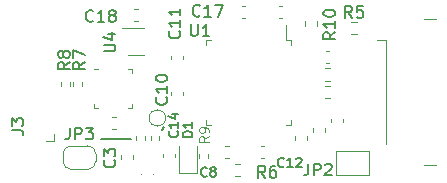
<source format=gbr>
%TF.GenerationSoftware,KiCad,Pcbnew,7.0.7*%
%TF.CreationDate,2024-01-11T13:54:05+01:00*%
%TF.ProjectId,ovrdrive,6f767264-7269-4766-952e-6b696361645f,rev?*%
%TF.SameCoordinates,Original*%
%TF.FileFunction,Legend,Top*%
%TF.FilePolarity,Positive*%
%FSLAX46Y46*%
G04 Gerber Fmt 4.6, Leading zero omitted, Abs format (unit mm)*
G04 Created by KiCad (PCBNEW 7.0.7) date 2024-01-11 13:54:05*
%MOMM*%
%LPD*%
G01*
G04 APERTURE LIST*
%ADD10C,0.150000*%
%ADD11C,0.125000*%
%ADD12C,0.120000*%
%ADD13C,0.100000*%
G04 APERTURE END LIST*
D10*
X116800000Y-108200000D02*
X119400000Y-108200000D01*
X122200000Y-107200000D02*
X122000000Y-107400000D01*
X124562295Y-107990475D02*
X123762295Y-107990475D01*
X123762295Y-107990475D02*
X123762295Y-107799999D01*
X123762295Y-107799999D02*
X123800390Y-107685713D01*
X123800390Y-107685713D02*
X123876580Y-107609523D01*
X123876580Y-107609523D02*
X123952771Y-107571428D01*
X123952771Y-107571428D02*
X124105152Y-107533332D01*
X124105152Y-107533332D02*
X124219438Y-107533332D01*
X124219438Y-107533332D02*
X124371819Y-107571428D01*
X124371819Y-107571428D02*
X124448009Y-107609523D01*
X124448009Y-107609523D02*
X124524200Y-107685713D01*
X124524200Y-107685713D02*
X124562295Y-107799999D01*
X124562295Y-107799999D02*
X124562295Y-107990475D01*
X124562295Y-106771428D02*
X124562295Y-107228571D01*
X124562295Y-106999999D02*
X123762295Y-106999999D01*
X123762295Y-106999999D02*
X123876580Y-107076190D01*
X123876580Y-107076190D02*
X123952771Y-107152380D01*
X123952771Y-107152380D02*
X123990866Y-107228571D01*
X125207142Y-97709580D02*
X125159523Y-97757200D01*
X125159523Y-97757200D02*
X125016666Y-97804819D01*
X125016666Y-97804819D02*
X124921428Y-97804819D01*
X124921428Y-97804819D02*
X124778571Y-97757200D01*
X124778571Y-97757200D02*
X124683333Y-97661961D01*
X124683333Y-97661961D02*
X124635714Y-97566723D01*
X124635714Y-97566723D02*
X124588095Y-97376247D01*
X124588095Y-97376247D02*
X124588095Y-97233390D01*
X124588095Y-97233390D02*
X124635714Y-97042914D01*
X124635714Y-97042914D02*
X124683333Y-96947676D01*
X124683333Y-96947676D02*
X124778571Y-96852438D01*
X124778571Y-96852438D02*
X124921428Y-96804819D01*
X124921428Y-96804819D02*
X125016666Y-96804819D01*
X125016666Y-96804819D02*
X125159523Y-96852438D01*
X125159523Y-96852438D02*
X125207142Y-96900057D01*
X126159523Y-97804819D02*
X125588095Y-97804819D01*
X125873809Y-97804819D02*
X125873809Y-96804819D01*
X125873809Y-96804819D02*
X125778571Y-96947676D01*
X125778571Y-96947676D02*
X125683333Y-97042914D01*
X125683333Y-97042914D02*
X125588095Y-97090533D01*
X126492857Y-96804819D02*
X127159523Y-96804819D01*
X127159523Y-96804819D02*
X126730952Y-97804819D01*
X116157142Y-98159580D02*
X116109523Y-98207200D01*
X116109523Y-98207200D02*
X115966666Y-98254819D01*
X115966666Y-98254819D02*
X115871428Y-98254819D01*
X115871428Y-98254819D02*
X115728571Y-98207200D01*
X115728571Y-98207200D02*
X115633333Y-98111961D01*
X115633333Y-98111961D02*
X115585714Y-98016723D01*
X115585714Y-98016723D02*
X115538095Y-97826247D01*
X115538095Y-97826247D02*
X115538095Y-97683390D01*
X115538095Y-97683390D02*
X115585714Y-97492914D01*
X115585714Y-97492914D02*
X115633333Y-97397676D01*
X115633333Y-97397676D02*
X115728571Y-97302438D01*
X115728571Y-97302438D02*
X115871428Y-97254819D01*
X115871428Y-97254819D02*
X115966666Y-97254819D01*
X115966666Y-97254819D02*
X116109523Y-97302438D01*
X116109523Y-97302438D02*
X116157142Y-97350057D01*
X117109523Y-98254819D02*
X116538095Y-98254819D01*
X116823809Y-98254819D02*
X116823809Y-97254819D01*
X116823809Y-97254819D02*
X116728571Y-97397676D01*
X116728571Y-97397676D02*
X116633333Y-97492914D01*
X116633333Y-97492914D02*
X116538095Y-97540533D01*
X117680952Y-97683390D02*
X117585714Y-97635771D01*
X117585714Y-97635771D02*
X117538095Y-97588152D01*
X117538095Y-97588152D02*
X117490476Y-97492914D01*
X117490476Y-97492914D02*
X117490476Y-97445295D01*
X117490476Y-97445295D02*
X117538095Y-97350057D01*
X117538095Y-97350057D02*
X117585714Y-97302438D01*
X117585714Y-97302438D02*
X117680952Y-97254819D01*
X117680952Y-97254819D02*
X117871428Y-97254819D01*
X117871428Y-97254819D02*
X117966666Y-97302438D01*
X117966666Y-97302438D02*
X118014285Y-97350057D01*
X118014285Y-97350057D02*
X118061904Y-97445295D01*
X118061904Y-97445295D02*
X118061904Y-97492914D01*
X118061904Y-97492914D02*
X118014285Y-97588152D01*
X118014285Y-97588152D02*
X117966666Y-97635771D01*
X117966666Y-97635771D02*
X117871428Y-97683390D01*
X117871428Y-97683390D02*
X117680952Y-97683390D01*
X117680952Y-97683390D02*
X117585714Y-97731009D01*
X117585714Y-97731009D02*
X117538095Y-97778628D01*
X117538095Y-97778628D02*
X117490476Y-97873866D01*
X117490476Y-97873866D02*
X117490476Y-98064342D01*
X117490476Y-98064342D02*
X117538095Y-98159580D01*
X117538095Y-98159580D02*
X117585714Y-98207200D01*
X117585714Y-98207200D02*
X117680952Y-98254819D01*
X117680952Y-98254819D02*
X117871428Y-98254819D01*
X117871428Y-98254819D02*
X117966666Y-98207200D01*
X117966666Y-98207200D02*
X118014285Y-98159580D01*
X118014285Y-98159580D02*
X118061904Y-98064342D01*
X118061904Y-98064342D02*
X118061904Y-97873866D01*
X118061904Y-97873866D02*
X118014285Y-97778628D01*
X118014285Y-97778628D02*
X117966666Y-97731009D01*
X117966666Y-97731009D02*
X117871428Y-97683390D01*
X138083333Y-97904819D02*
X137750000Y-97428628D01*
X137511905Y-97904819D02*
X137511905Y-96904819D01*
X137511905Y-96904819D02*
X137892857Y-96904819D01*
X137892857Y-96904819D02*
X137988095Y-96952438D01*
X137988095Y-96952438D02*
X138035714Y-97000057D01*
X138035714Y-97000057D02*
X138083333Y-97095295D01*
X138083333Y-97095295D02*
X138083333Y-97238152D01*
X138083333Y-97238152D02*
X138035714Y-97333390D01*
X138035714Y-97333390D02*
X137988095Y-97381009D01*
X137988095Y-97381009D02*
X137892857Y-97428628D01*
X137892857Y-97428628D02*
X137511905Y-97428628D01*
X138988095Y-96904819D02*
X138511905Y-96904819D01*
X138511905Y-96904819D02*
X138464286Y-97381009D01*
X138464286Y-97381009D02*
X138511905Y-97333390D01*
X138511905Y-97333390D02*
X138607143Y-97285771D01*
X138607143Y-97285771D02*
X138845238Y-97285771D01*
X138845238Y-97285771D02*
X138940476Y-97333390D01*
X138940476Y-97333390D02*
X138988095Y-97381009D01*
X138988095Y-97381009D02*
X139035714Y-97476247D01*
X139035714Y-97476247D02*
X139035714Y-97714342D01*
X139035714Y-97714342D02*
X138988095Y-97809580D01*
X138988095Y-97809580D02*
X138940476Y-97857200D01*
X138940476Y-97857200D02*
X138845238Y-97904819D01*
X138845238Y-97904819D02*
X138607143Y-97904819D01*
X138607143Y-97904819D02*
X138511905Y-97857200D01*
X138511905Y-97857200D02*
X138464286Y-97809580D01*
X115454819Y-101666666D02*
X114978628Y-101999999D01*
X115454819Y-102238094D02*
X114454819Y-102238094D01*
X114454819Y-102238094D02*
X114454819Y-101857142D01*
X114454819Y-101857142D02*
X114502438Y-101761904D01*
X114502438Y-101761904D02*
X114550057Y-101714285D01*
X114550057Y-101714285D02*
X114645295Y-101666666D01*
X114645295Y-101666666D02*
X114788152Y-101666666D01*
X114788152Y-101666666D02*
X114883390Y-101714285D01*
X114883390Y-101714285D02*
X114931009Y-101761904D01*
X114931009Y-101761904D02*
X114978628Y-101857142D01*
X114978628Y-101857142D02*
X114978628Y-102238094D01*
X114454819Y-101333332D02*
X114454819Y-100666666D01*
X114454819Y-100666666D02*
X115454819Y-101095237D01*
X114166666Y-107204819D02*
X114166666Y-107919104D01*
X114166666Y-107919104D02*
X114119047Y-108061961D01*
X114119047Y-108061961D02*
X114023809Y-108157200D01*
X114023809Y-108157200D02*
X113880952Y-108204819D01*
X113880952Y-108204819D02*
X113785714Y-108204819D01*
X114642857Y-108204819D02*
X114642857Y-107204819D01*
X114642857Y-107204819D02*
X115023809Y-107204819D01*
X115023809Y-107204819D02*
X115119047Y-107252438D01*
X115119047Y-107252438D02*
X115166666Y-107300057D01*
X115166666Y-107300057D02*
X115214285Y-107395295D01*
X115214285Y-107395295D02*
X115214285Y-107538152D01*
X115214285Y-107538152D02*
X115166666Y-107633390D01*
X115166666Y-107633390D02*
X115119047Y-107681009D01*
X115119047Y-107681009D02*
X115023809Y-107728628D01*
X115023809Y-107728628D02*
X114642857Y-107728628D01*
X115547619Y-107204819D02*
X116166666Y-107204819D01*
X116166666Y-107204819D02*
X115833333Y-107585771D01*
X115833333Y-107585771D02*
X115976190Y-107585771D01*
X115976190Y-107585771D02*
X116071428Y-107633390D01*
X116071428Y-107633390D02*
X116119047Y-107681009D01*
X116119047Y-107681009D02*
X116166666Y-107776247D01*
X116166666Y-107776247D02*
X116166666Y-108014342D01*
X116166666Y-108014342D02*
X116119047Y-108109580D01*
X116119047Y-108109580D02*
X116071428Y-108157200D01*
X116071428Y-108157200D02*
X115976190Y-108204819D01*
X115976190Y-108204819D02*
X115690476Y-108204819D01*
X115690476Y-108204819D02*
X115595238Y-108157200D01*
X115595238Y-108157200D02*
X115547619Y-108109580D01*
X122359580Y-104642857D02*
X122407200Y-104690476D01*
X122407200Y-104690476D02*
X122454819Y-104833333D01*
X122454819Y-104833333D02*
X122454819Y-104928571D01*
X122454819Y-104928571D02*
X122407200Y-105071428D01*
X122407200Y-105071428D02*
X122311961Y-105166666D01*
X122311961Y-105166666D02*
X122216723Y-105214285D01*
X122216723Y-105214285D02*
X122026247Y-105261904D01*
X122026247Y-105261904D02*
X121883390Y-105261904D01*
X121883390Y-105261904D02*
X121692914Y-105214285D01*
X121692914Y-105214285D02*
X121597676Y-105166666D01*
X121597676Y-105166666D02*
X121502438Y-105071428D01*
X121502438Y-105071428D02*
X121454819Y-104928571D01*
X121454819Y-104928571D02*
X121454819Y-104833333D01*
X121454819Y-104833333D02*
X121502438Y-104690476D01*
X121502438Y-104690476D02*
X121550057Y-104642857D01*
X122454819Y-103690476D02*
X122454819Y-104261904D01*
X122454819Y-103976190D02*
X121454819Y-103976190D01*
X121454819Y-103976190D02*
X121597676Y-104071428D01*
X121597676Y-104071428D02*
X121692914Y-104166666D01*
X121692914Y-104166666D02*
X121740533Y-104261904D01*
X121454819Y-103071428D02*
X121454819Y-102976190D01*
X121454819Y-102976190D02*
X121502438Y-102880952D01*
X121502438Y-102880952D02*
X121550057Y-102833333D01*
X121550057Y-102833333D02*
X121645295Y-102785714D01*
X121645295Y-102785714D02*
X121835771Y-102738095D01*
X121835771Y-102738095D02*
X122073866Y-102738095D01*
X122073866Y-102738095D02*
X122264342Y-102785714D01*
X122264342Y-102785714D02*
X122359580Y-102833333D01*
X122359580Y-102833333D02*
X122407200Y-102880952D01*
X122407200Y-102880952D02*
X122454819Y-102976190D01*
X122454819Y-102976190D02*
X122454819Y-103071428D01*
X122454819Y-103071428D02*
X122407200Y-103166666D01*
X122407200Y-103166666D02*
X122359580Y-103214285D01*
X122359580Y-103214285D02*
X122264342Y-103261904D01*
X122264342Y-103261904D02*
X122073866Y-103309523D01*
X122073866Y-103309523D02*
X121835771Y-103309523D01*
X121835771Y-103309523D02*
X121645295Y-103261904D01*
X121645295Y-103261904D02*
X121550057Y-103214285D01*
X121550057Y-103214285D02*
X121502438Y-103166666D01*
X121502438Y-103166666D02*
X121454819Y-103071428D01*
X117054819Y-100761904D02*
X117864342Y-100761904D01*
X117864342Y-100761904D02*
X117959580Y-100714285D01*
X117959580Y-100714285D02*
X118007200Y-100666666D01*
X118007200Y-100666666D02*
X118054819Y-100571428D01*
X118054819Y-100571428D02*
X118054819Y-100380952D01*
X118054819Y-100380952D02*
X118007200Y-100285714D01*
X118007200Y-100285714D02*
X117959580Y-100238095D01*
X117959580Y-100238095D02*
X117864342Y-100190476D01*
X117864342Y-100190476D02*
X117054819Y-100190476D01*
X117388152Y-99285714D02*
X118054819Y-99285714D01*
X117007200Y-99523809D02*
X117721485Y-99761904D01*
X117721485Y-99761904D02*
X117721485Y-99142857D01*
X109254819Y-107433333D02*
X109969104Y-107433333D01*
X109969104Y-107433333D02*
X110111961Y-107480952D01*
X110111961Y-107480952D02*
X110207200Y-107576190D01*
X110207200Y-107576190D02*
X110254819Y-107719047D01*
X110254819Y-107719047D02*
X110254819Y-107814285D01*
X109254819Y-107052380D02*
X109254819Y-106433333D01*
X109254819Y-106433333D02*
X109635771Y-106766666D01*
X109635771Y-106766666D02*
X109635771Y-106623809D01*
X109635771Y-106623809D02*
X109683390Y-106528571D01*
X109683390Y-106528571D02*
X109731009Y-106480952D01*
X109731009Y-106480952D02*
X109826247Y-106433333D01*
X109826247Y-106433333D02*
X110064342Y-106433333D01*
X110064342Y-106433333D02*
X110159580Y-106480952D01*
X110159580Y-106480952D02*
X110207200Y-106528571D01*
X110207200Y-106528571D02*
X110254819Y-106623809D01*
X110254819Y-106623809D02*
X110254819Y-106909523D01*
X110254819Y-106909523D02*
X110207200Y-107004761D01*
X110207200Y-107004761D02*
X110159580Y-107052380D01*
X125766667Y-111286104D02*
X125728571Y-111324200D01*
X125728571Y-111324200D02*
X125614286Y-111362295D01*
X125614286Y-111362295D02*
X125538095Y-111362295D01*
X125538095Y-111362295D02*
X125423809Y-111324200D01*
X125423809Y-111324200D02*
X125347619Y-111248009D01*
X125347619Y-111248009D02*
X125309524Y-111171819D01*
X125309524Y-111171819D02*
X125271428Y-111019438D01*
X125271428Y-111019438D02*
X125271428Y-110905152D01*
X125271428Y-110905152D02*
X125309524Y-110752771D01*
X125309524Y-110752771D02*
X125347619Y-110676580D01*
X125347619Y-110676580D02*
X125423809Y-110600390D01*
X125423809Y-110600390D02*
X125538095Y-110562295D01*
X125538095Y-110562295D02*
X125614286Y-110562295D01*
X125614286Y-110562295D02*
X125728571Y-110600390D01*
X125728571Y-110600390D02*
X125766667Y-110638485D01*
X126223809Y-110905152D02*
X126147619Y-110867057D01*
X126147619Y-110867057D02*
X126109524Y-110828961D01*
X126109524Y-110828961D02*
X126071428Y-110752771D01*
X126071428Y-110752771D02*
X126071428Y-110714676D01*
X126071428Y-110714676D02*
X126109524Y-110638485D01*
X126109524Y-110638485D02*
X126147619Y-110600390D01*
X126147619Y-110600390D02*
X126223809Y-110562295D01*
X126223809Y-110562295D02*
X126376190Y-110562295D01*
X126376190Y-110562295D02*
X126452381Y-110600390D01*
X126452381Y-110600390D02*
X126490476Y-110638485D01*
X126490476Y-110638485D02*
X126528571Y-110714676D01*
X126528571Y-110714676D02*
X126528571Y-110752771D01*
X126528571Y-110752771D02*
X126490476Y-110828961D01*
X126490476Y-110828961D02*
X126452381Y-110867057D01*
X126452381Y-110867057D02*
X126376190Y-110905152D01*
X126376190Y-110905152D02*
X126223809Y-110905152D01*
X126223809Y-110905152D02*
X126147619Y-110943247D01*
X126147619Y-110943247D02*
X126109524Y-110981342D01*
X126109524Y-110981342D02*
X126071428Y-111057533D01*
X126071428Y-111057533D02*
X126071428Y-111209914D01*
X126071428Y-111209914D02*
X126109524Y-111286104D01*
X126109524Y-111286104D02*
X126147619Y-111324200D01*
X126147619Y-111324200D02*
X126223809Y-111362295D01*
X126223809Y-111362295D02*
X126376190Y-111362295D01*
X126376190Y-111362295D02*
X126452381Y-111324200D01*
X126452381Y-111324200D02*
X126490476Y-111286104D01*
X126490476Y-111286104D02*
X126528571Y-111209914D01*
X126528571Y-111209914D02*
X126528571Y-111057533D01*
X126528571Y-111057533D02*
X126490476Y-110981342D01*
X126490476Y-110981342D02*
X126452381Y-110943247D01*
X126452381Y-110943247D02*
X126376190Y-110905152D01*
X117959580Y-109966666D02*
X118007200Y-110014285D01*
X118007200Y-110014285D02*
X118054819Y-110157142D01*
X118054819Y-110157142D02*
X118054819Y-110252380D01*
X118054819Y-110252380D02*
X118007200Y-110395237D01*
X118007200Y-110395237D02*
X117911961Y-110490475D01*
X117911961Y-110490475D02*
X117816723Y-110538094D01*
X117816723Y-110538094D02*
X117626247Y-110585713D01*
X117626247Y-110585713D02*
X117483390Y-110585713D01*
X117483390Y-110585713D02*
X117292914Y-110538094D01*
X117292914Y-110538094D02*
X117197676Y-110490475D01*
X117197676Y-110490475D02*
X117102438Y-110395237D01*
X117102438Y-110395237D02*
X117054819Y-110252380D01*
X117054819Y-110252380D02*
X117054819Y-110157142D01*
X117054819Y-110157142D02*
X117102438Y-110014285D01*
X117102438Y-110014285D02*
X117150057Y-109966666D01*
X117054819Y-109633332D02*
X117054819Y-109014285D01*
X117054819Y-109014285D02*
X117435771Y-109347618D01*
X117435771Y-109347618D02*
X117435771Y-109204761D01*
X117435771Y-109204761D02*
X117483390Y-109109523D01*
X117483390Y-109109523D02*
X117531009Y-109061904D01*
X117531009Y-109061904D02*
X117626247Y-109014285D01*
X117626247Y-109014285D02*
X117864342Y-109014285D01*
X117864342Y-109014285D02*
X117959580Y-109061904D01*
X117959580Y-109061904D02*
X118007200Y-109109523D01*
X118007200Y-109109523D02*
X118054819Y-109204761D01*
X118054819Y-109204761D02*
X118054819Y-109490475D01*
X118054819Y-109490475D02*
X118007200Y-109585713D01*
X118007200Y-109585713D02*
X117959580Y-109633332D01*
X134366666Y-110254819D02*
X134366666Y-110969104D01*
X134366666Y-110969104D02*
X134319047Y-111111961D01*
X134319047Y-111111961D02*
X134223809Y-111207200D01*
X134223809Y-111207200D02*
X134080952Y-111254819D01*
X134080952Y-111254819D02*
X133985714Y-111254819D01*
X134842857Y-111254819D02*
X134842857Y-110254819D01*
X134842857Y-110254819D02*
X135223809Y-110254819D01*
X135223809Y-110254819D02*
X135319047Y-110302438D01*
X135319047Y-110302438D02*
X135366666Y-110350057D01*
X135366666Y-110350057D02*
X135414285Y-110445295D01*
X135414285Y-110445295D02*
X135414285Y-110588152D01*
X135414285Y-110588152D02*
X135366666Y-110683390D01*
X135366666Y-110683390D02*
X135319047Y-110731009D01*
X135319047Y-110731009D02*
X135223809Y-110778628D01*
X135223809Y-110778628D02*
X134842857Y-110778628D01*
X135795238Y-110350057D02*
X135842857Y-110302438D01*
X135842857Y-110302438D02*
X135938095Y-110254819D01*
X135938095Y-110254819D02*
X136176190Y-110254819D01*
X136176190Y-110254819D02*
X136271428Y-110302438D01*
X136271428Y-110302438D02*
X136319047Y-110350057D01*
X136319047Y-110350057D02*
X136366666Y-110445295D01*
X136366666Y-110445295D02*
X136366666Y-110540533D01*
X136366666Y-110540533D02*
X136319047Y-110683390D01*
X136319047Y-110683390D02*
X135747619Y-111254819D01*
X135747619Y-111254819D02*
X136366666Y-111254819D01*
D11*
X125963595Y-107933332D02*
X125582642Y-108199999D01*
X125963595Y-108390475D02*
X125163595Y-108390475D01*
X125163595Y-108390475D02*
X125163595Y-108085713D01*
X125163595Y-108085713D02*
X125201690Y-108009523D01*
X125201690Y-108009523D02*
X125239785Y-107971428D01*
X125239785Y-107971428D02*
X125315976Y-107933332D01*
X125315976Y-107933332D02*
X125430261Y-107933332D01*
X125430261Y-107933332D02*
X125506452Y-107971428D01*
X125506452Y-107971428D02*
X125544547Y-108009523D01*
X125544547Y-108009523D02*
X125582642Y-108085713D01*
X125582642Y-108085713D02*
X125582642Y-108390475D01*
X125963595Y-107552380D02*
X125963595Y-107399999D01*
X125963595Y-107399999D02*
X125925500Y-107323809D01*
X125925500Y-107323809D02*
X125887404Y-107285713D01*
X125887404Y-107285713D02*
X125773119Y-107209523D01*
X125773119Y-107209523D02*
X125620738Y-107171428D01*
X125620738Y-107171428D02*
X125315976Y-107171428D01*
X125315976Y-107171428D02*
X125239785Y-107209523D01*
X125239785Y-107209523D02*
X125201690Y-107247618D01*
X125201690Y-107247618D02*
X125163595Y-107323809D01*
X125163595Y-107323809D02*
X125163595Y-107476190D01*
X125163595Y-107476190D02*
X125201690Y-107552380D01*
X125201690Y-107552380D02*
X125239785Y-107590475D01*
X125239785Y-107590475D02*
X125315976Y-107628571D01*
X125315976Y-107628571D02*
X125506452Y-107628571D01*
X125506452Y-107628571D02*
X125582642Y-107590475D01*
X125582642Y-107590475D02*
X125620738Y-107552380D01*
X125620738Y-107552380D02*
X125658833Y-107476190D01*
X125658833Y-107476190D02*
X125658833Y-107323809D01*
X125658833Y-107323809D02*
X125620738Y-107247618D01*
X125620738Y-107247618D02*
X125582642Y-107209523D01*
X125582642Y-107209523D02*
X125506452Y-107171428D01*
D10*
X136654819Y-99142857D02*
X136178628Y-99476190D01*
X136654819Y-99714285D02*
X135654819Y-99714285D01*
X135654819Y-99714285D02*
X135654819Y-99333333D01*
X135654819Y-99333333D02*
X135702438Y-99238095D01*
X135702438Y-99238095D02*
X135750057Y-99190476D01*
X135750057Y-99190476D02*
X135845295Y-99142857D01*
X135845295Y-99142857D02*
X135988152Y-99142857D01*
X135988152Y-99142857D02*
X136083390Y-99190476D01*
X136083390Y-99190476D02*
X136131009Y-99238095D01*
X136131009Y-99238095D02*
X136178628Y-99333333D01*
X136178628Y-99333333D02*
X136178628Y-99714285D01*
X136654819Y-98190476D02*
X136654819Y-98761904D01*
X136654819Y-98476190D02*
X135654819Y-98476190D01*
X135654819Y-98476190D02*
X135797676Y-98571428D01*
X135797676Y-98571428D02*
X135892914Y-98666666D01*
X135892914Y-98666666D02*
X135940533Y-98761904D01*
X135654819Y-97571428D02*
X135654819Y-97476190D01*
X135654819Y-97476190D02*
X135702438Y-97380952D01*
X135702438Y-97380952D02*
X135750057Y-97333333D01*
X135750057Y-97333333D02*
X135845295Y-97285714D01*
X135845295Y-97285714D02*
X136035771Y-97238095D01*
X136035771Y-97238095D02*
X136273866Y-97238095D01*
X136273866Y-97238095D02*
X136464342Y-97285714D01*
X136464342Y-97285714D02*
X136559580Y-97333333D01*
X136559580Y-97333333D02*
X136607200Y-97380952D01*
X136607200Y-97380952D02*
X136654819Y-97476190D01*
X136654819Y-97476190D02*
X136654819Y-97571428D01*
X136654819Y-97571428D02*
X136607200Y-97666666D01*
X136607200Y-97666666D02*
X136559580Y-97714285D01*
X136559580Y-97714285D02*
X136464342Y-97761904D01*
X136464342Y-97761904D02*
X136273866Y-97809523D01*
X136273866Y-97809523D02*
X136035771Y-97809523D01*
X136035771Y-97809523D02*
X135845295Y-97761904D01*
X135845295Y-97761904D02*
X135750057Y-97714285D01*
X135750057Y-97714285D02*
X135702438Y-97666666D01*
X135702438Y-97666666D02*
X135654819Y-97571428D01*
X123286104Y-107514285D02*
X123324200Y-107552381D01*
X123324200Y-107552381D02*
X123362295Y-107666666D01*
X123362295Y-107666666D02*
X123362295Y-107742857D01*
X123362295Y-107742857D02*
X123324200Y-107857143D01*
X123324200Y-107857143D02*
X123248009Y-107933333D01*
X123248009Y-107933333D02*
X123171819Y-107971428D01*
X123171819Y-107971428D02*
X123019438Y-108009524D01*
X123019438Y-108009524D02*
X122905152Y-108009524D01*
X122905152Y-108009524D02*
X122752771Y-107971428D01*
X122752771Y-107971428D02*
X122676580Y-107933333D01*
X122676580Y-107933333D02*
X122600390Y-107857143D01*
X122600390Y-107857143D02*
X122562295Y-107742857D01*
X122562295Y-107742857D02*
X122562295Y-107666666D01*
X122562295Y-107666666D02*
X122600390Y-107552381D01*
X122600390Y-107552381D02*
X122638485Y-107514285D01*
X123362295Y-106752381D02*
X123362295Y-107209524D01*
X123362295Y-106980952D02*
X122562295Y-106980952D01*
X122562295Y-106980952D02*
X122676580Y-107057143D01*
X122676580Y-107057143D02*
X122752771Y-107133333D01*
X122752771Y-107133333D02*
X122790866Y-107209524D01*
X122828961Y-106066666D02*
X123362295Y-106066666D01*
X122524200Y-106257142D02*
X123095628Y-106447619D01*
X123095628Y-106447619D02*
X123095628Y-105952380D01*
X132285714Y-110486104D02*
X132247618Y-110524200D01*
X132247618Y-110524200D02*
X132133333Y-110562295D01*
X132133333Y-110562295D02*
X132057142Y-110562295D01*
X132057142Y-110562295D02*
X131942856Y-110524200D01*
X131942856Y-110524200D02*
X131866666Y-110448009D01*
X131866666Y-110448009D02*
X131828571Y-110371819D01*
X131828571Y-110371819D02*
X131790475Y-110219438D01*
X131790475Y-110219438D02*
X131790475Y-110105152D01*
X131790475Y-110105152D02*
X131828571Y-109952771D01*
X131828571Y-109952771D02*
X131866666Y-109876580D01*
X131866666Y-109876580D02*
X131942856Y-109800390D01*
X131942856Y-109800390D02*
X132057142Y-109762295D01*
X132057142Y-109762295D02*
X132133333Y-109762295D01*
X132133333Y-109762295D02*
X132247618Y-109800390D01*
X132247618Y-109800390D02*
X132285714Y-109838485D01*
X133047618Y-110562295D02*
X132590475Y-110562295D01*
X132819047Y-110562295D02*
X132819047Y-109762295D01*
X132819047Y-109762295D02*
X132742856Y-109876580D01*
X132742856Y-109876580D02*
X132666666Y-109952771D01*
X132666666Y-109952771D02*
X132590475Y-109990866D01*
X133352380Y-109838485D02*
X133390476Y-109800390D01*
X133390476Y-109800390D02*
X133466666Y-109762295D01*
X133466666Y-109762295D02*
X133657142Y-109762295D01*
X133657142Y-109762295D02*
X133733333Y-109800390D01*
X133733333Y-109800390D02*
X133771428Y-109838485D01*
X133771428Y-109838485D02*
X133809523Y-109914676D01*
X133809523Y-109914676D02*
X133809523Y-109990866D01*
X133809523Y-109990866D02*
X133771428Y-110105152D01*
X133771428Y-110105152D02*
X133314285Y-110562295D01*
X133314285Y-110562295D02*
X133809523Y-110562295D01*
X123459580Y-99042857D02*
X123507200Y-99090476D01*
X123507200Y-99090476D02*
X123554819Y-99233333D01*
X123554819Y-99233333D02*
X123554819Y-99328571D01*
X123554819Y-99328571D02*
X123507200Y-99471428D01*
X123507200Y-99471428D02*
X123411961Y-99566666D01*
X123411961Y-99566666D02*
X123316723Y-99614285D01*
X123316723Y-99614285D02*
X123126247Y-99661904D01*
X123126247Y-99661904D02*
X122983390Y-99661904D01*
X122983390Y-99661904D02*
X122792914Y-99614285D01*
X122792914Y-99614285D02*
X122697676Y-99566666D01*
X122697676Y-99566666D02*
X122602438Y-99471428D01*
X122602438Y-99471428D02*
X122554819Y-99328571D01*
X122554819Y-99328571D02*
X122554819Y-99233333D01*
X122554819Y-99233333D02*
X122602438Y-99090476D01*
X122602438Y-99090476D02*
X122650057Y-99042857D01*
X123554819Y-98090476D02*
X123554819Y-98661904D01*
X123554819Y-98376190D02*
X122554819Y-98376190D01*
X122554819Y-98376190D02*
X122697676Y-98471428D01*
X122697676Y-98471428D02*
X122792914Y-98566666D01*
X122792914Y-98566666D02*
X122840533Y-98661904D01*
X123554819Y-97138095D02*
X123554819Y-97709523D01*
X123554819Y-97423809D02*
X122554819Y-97423809D01*
X122554819Y-97423809D02*
X122697676Y-97519047D01*
X122697676Y-97519047D02*
X122792914Y-97614285D01*
X122792914Y-97614285D02*
X122840533Y-97709523D01*
X130733333Y-111454819D02*
X130400000Y-110978628D01*
X130161905Y-111454819D02*
X130161905Y-110454819D01*
X130161905Y-110454819D02*
X130542857Y-110454819D01*
X130542857Y-110454819D02*
X130638095Y-110502438D01*
X130638095Y-110502438D02*
X130685714Y-110550057D01*
X130685714Y-110550057D02*
X130733333Y-110645295D01*
X130733333Y-110645295D02*
X130733333Y-110788152D01*
X130733333Y-110788152D02*
X130685714Y-110883390D01*
X130685714Y-110883390D02*
X130638095Y-110931009D01*
X130638095Y-110931009D02*
X130542857Y-110978628D01*
X130542857Y-110978628D02*
X130161905Y-110978628D01*
X131590476Y-110454819D02*
X131400000Y-110454819D01*
X131400000Y-110454819D02*
X131304762Y-110502438D01*
X131304762Y-110502438D02*
X131257143Y-110550057D01*
X131257143Y-110550057D02*
X131161905Y-110692914D01*
X131161905Y-110692914D02*
X131114286Y-110883390D01*
X131114286Y-110883390D02*
X131114286Y-111264342D01*
X131114286Y-111264342D02*
X131161905Y-111359580D01*
X131161905Y-111359580D02*
X131209524Y-111407200D01*
X131209524Y-111407200D02*
X131304762Y-111454819D01*
X131304762Y-111454819D02*
X131495238Y-111454819D01*
X131495238Y-111454819D02*
X131590476Y-111407200D01*
X131590476Y-111407200D02*
X131638095Y-111359580D01*
X131638095Y-111359580D02*
X131685714Y-111264342D01*
X131685714Y-111264342D02*
X131685714Y-111026247D01*
X131685714Y-111026247D02*
X131638095Y-110931009D01*
X131638095Y-110931009D02*
X131590476Y-110883390D01*
X131590476Y-110883390D02*
X131495238Y-110835771D01*
X131495238Y-110835771D02*
X131304762Y-110835771D01*
X131304762Y-110835771D02*
X131209524Y-110883390D01*
X131209524Y-110883390D02*
X131161905Y-110931009D01*
X131161905Y-110931009D02*
X131114286Y-111026247D01*
X114204819Y-101666666D02*
X113728628Y-101999999D01*
X114204819Y-102238094D02*
X113204819Y-102238094D01*
X113204819Y-102238094D02*
X113204819Y-101857142D01*
X113204819Y-101857142D02*
X113252438Y-101761904D01*
X113252438Y-101761904D02*
X113300057Y-101714285D01*
X113300057Y-101714285D02*
X113395295Y-101666666D01*
X113395295Y-101666666D02*
X113538152Y-101666666D01*
X113538152Y-101666666D02*
X113633390Y-101714285D01*
X113633390Y-101714285D02*
X113681009Y-101761904D01*
X113681009Y-101761904D02*
X113728628Y-101857142D01*
X113728628Y-101857142D02*
X113728628Y-102238094D01*
X113633390Y-101095237D02*
X113585771Y-101190475D01*
X113585771Y-101190475D02*
X113538152Y-101238094D01*
X113538152Y-101238094D02*
X113442914Y-101285713D01*
X113442914Y-101285713D02*
X113395295Y-101285713D01*
X113395295Y-101285713D02*
X113300057Y-101238094D01*
X113300057Y-101238094D02*
X113252438Y-101190475D01*
X113252438Y-101190475D02*
X113204819Y-101095237D01*
X113204819Y-101095237D02*
X113204819Y-100904761D01*
X113204819Y-100904761D02*
X113252438Y-100809523D01*
X113252438Y-100809523D02*
X113300057Y-100761904D01*
X113300057Y-100761904D02*
X113395295Y-100714285D01*
X113395295Y-100714285D02*
X113442914Y-100714285D01*
X113442914Y-100714285D02*
X113538152Y-100761904D01*
X113538152Y-100761904D02*
X113585771Y-100809523D01*
X113585771Y-100809523D02*
X113633390Y-100904761D01*
X113633390Y-100904761D02*
X113633390Y-101095237D01*
X113633390Y-101095237D02*
X113681009Y-101190475D01*
X113681009Y-101190475D02*
X113728628Y-101238094D01*
X113728628Y-101238094D02*
X113823866Y-101285713D01*
X113823866Y-101285713D02*
X114014342Y-101285713D01*
X114014342Y-101285713D02*
X114109580Y-101238094D01*
X114109580Y-101238094D02*
X114157200Y-101190475D01*
X114157200Y-101190475D02*
X114204819Y-101095237D01*
X114204819Y-101095237D02*
X114204819Y-100904761D01*
X114204819Y-100904761D02*
X114157200Y-100809523D01*
X114157200Y-100809523D02*
X114109580Y-100761904D01*
X114109580Y-100761904D02*
X114014342Y-100714285D01*
X114014342Y-100714285D02*
X113823866Y-100714285D01*
X113823866Y-100714285D02*
X113728628Y-100761904D01*
X113728628Y-100761904D02*
X113681009Y-100809523D01*
X113681009Y-100809523D02*
X113633390Y-100904761D01*
X124438095Y-98454819D02*
X124438095Y-99264342D01*
X124438095Y-99264342D02*
X124485714Y-99359580D01*
X124485714Y-99359580D02*
X124533333Y-99407200D01*
X124533333Y-99407200D02*
X124628571Y-99454819D01*
X124628571Y-99454819D02*
X124819047Y-99454819D01*
X124819047Y-99454819D02*
X124914285Y-99407200D01*
X124914285Y-99407200D02*
X124961904Y-99359580D01*
X124961904Y-99359580D02*
X125009523Y-99264342D01*
X125009523Y-99264342D02*
X125009523Y-98454819D01*
X126009523Y-99454819D02*
X125438095Y-99454819D01*
X125723809Y-99454819D02*
X125723809Y-98454819D01*
X125723809Y-98454819D02*
X125628571Y-98597676D01*
X125628571Y-98597676D02*
X125533333Y-98692914D01*
X125533333Y-98692914D02*
X125438095Y-98740533D01*
D12*
%TO.C,D1*%
X123465000Y-111085000D02*
X124935000Y-111085000D01*
X124935000Y-111085000D02*
X124935000Y-108800000D01*
X123465000Y-108800000D02*
X123465000Y-111085000D01*
%TO.C,C17*%
X129040580Y-97910000D02*
X128759420Y-97910000D01*
X129040580Y-96890000D02*
X128759420Y-96890000D01*
D13*
%TO.C,D3*%
X121250000Y-111180000D02*
G75*
G03*
X121250000Y-111180000I-50000J0D01*
G01*
D12*
%TO.C,C7*%
X131859420Y-96890000D02*
X132140580Y-96890000D01*
X131859420Y-97910000D02*
X132140580Y-97910000D01*
%TO.C,C18*%
X119940580Y-98210000D02*
X119659420Y-98210000D01*
X119940580Y-97190000D02*
X119659420Y-97190000D01*
%TO.C,R4*%
X136237258Y-103222500D02*
X135762742Y-103222500D01*
X136237258Y-102177500D02*
X135762742Y-102177500D01*
%TO.C,R5*%
X138462258Y-99322500D02*
X137987742Y-99322500D01*
X138462258Y-98277500D02*
X137987742Y-98277500D01*
%TO.C,C6*%
X135810000Y-107259420D02*
X135810000Y-107540580D01*
X134790000Y-107259420D02*
X134790000Y-107540580D01*
%TO.C,R7*%
X115180000Y-103346359D02*
X115180000Y-103653641D01*
X114420000Y-103346359D02*
X114420000Y-103653641D01*
%TO.C,JP3*%
X116400000Y-109450000D02*
X116400000Y-110050000D01*
X115700000Y-110750000D02*
X114300000Y-110750000D01*
X114300000Y-108750000D02*
X115700000Y-108750000D01*
X113600000Y-110050000D02*
X113600000Y-109450000D01*
X115700000Y-110750000D02*
G75*
G03*
X116400000Y-110050000I1J699999D01*
G01*
X116400000Y-109450000D02*
G75*
G03*
X115700000Y-108750000I-699999J1D01*
G01*
X113600000Y-110050000D02*
G75*
G03*
X114300000Y-110750000I700000J0D01*
G01*
X114300000Y-108750000D02*
G75*
G03*
X113600000Y-109450000I0J-700000D01*
G01*
%TO.C,J1*%
X140980000Y-99800000D02*
X140225000Y-99800000D01*
X140980000Y-99800000D02*
X140980000Y-108600000D01*
X144150000Y-98055000D02*
X145200000Y-98055000D01*
X144150000Y-110345000D02*
X145200000Y-110345000D01*
%TO.C,C10*%
X123810000Y-104159420D02*
X123810000Y-104440580D01*
X122790000Y-104159420D02*
X122790000Y-104440580D01*
%TO.C,U4*%
X119100000Y-101060000D02*
X120500000Y-101060000D01*
X120500000Y-98740000D02*
X118600000Y-98740000D01*
%TO.C,J3*%
X112835000Y-108375000D02*
X112200000Y-108375000D01*
X112835000Y-107740000D02*
X112835000Y-108375000D01*
%TO.C,C8*%
X127640580Y-109810000D02*
X127359420Y-109810000D01*
X127640580Y-108790000D02*
X127359420Y-108790000D01*
%TO.C,C3*%
X118490000Y-109830580D02*
X118490000Y-109549420D01*
X119510000Y-109830580D02*
X119510000Y-109549420D01*
%TO.C,TP2*%
X122300000Y-106400000D02*
G75*
G03*
X122300000Y-106400000I-700000J0D01*
G01*
D13*
%TO.C,D2*%
X120250000Y-111180000D02*
G75*
G03*
X120250000Y-111180000I-50000J0D01*
G01*
D12*
%TO.C,C9*%
X137310000Y-106459420D02*
X137310000Y-106740580D01*
X136290000Y-106459420D02*
X136290000Y-106740580D01*
%TO.C,JP2*%
X139500000Y-111200000D02*
X136700000Y-111200000D01*
X139500000Y-109200000D02*
X139500000Y-111200000D01*
X136700000Y-111200000D02*
X136700000Y-109200000D01*
X136700000Y-109200000D02*
X139500000Y-109200000D01*
%TO.C,R9*%
X125880000Y-109446359D02*
X125880000Y-109753641D01*
X125120000Y-109446359D02*
X125120000Y-109753641D01*
%TO.C,R3*%
X136237258Y-104722500D02*
X135762742Y-104722500D01*
X136237258Y-103677500D02*
X135762742Y-103677500D01*
%TO.C,R10*%
X135122500Y-98162742D02*
X135122500Y-98637258D01*
X134077500Y-98162742D02*
X134077500Y-98637258D01*
%TO.C,C14*%
X122090000Y-109740580D02*
X122090000Y-109459420D01*
X123110000Y-109740580D02*
X123110000Y-109459420D01*
%TO.C,C4*%
X118065580Y-107310000D02*
X117784420Y-107310000D01*
X118065580Y-106290000D02*
X117784420Y-106290000D01*
%TO.C,C12*%
X130359420Y-108790000D02*
X130640580Y-108790000D01*
X130359420Y-109810000D02*
X130640580Y-109810000D01*
%TO.C,R1*%
X119820000Y-108243641D02*
X119820000Y-107936359D01*
X120580000Y-108243641D02*
X120580000Y-107936359D01*
%TO.C,R2*%
X121020000Y-108243641D02*
X121020000Y-107936359D01*
X121780000Y-108243641D02*
X121780000Y-107936359D01*
%TO.C,U3*%
X116215000Y-105510000D02*
X116215000Y-105185000D01*
X116540000Y-102290000D02*
X116215000Y-102290000D01*
X116540000Y-105510000D02*
X116215000Y-105510000D01*
X119110000Y-102290000D02*
X119435000Y-102290000D01*
X119110000Y-105510000D02*
X119435000Y-105510000D01*
X119435000Y-102290000D02*
X119435000Y-102615000D01*
X119435000Y-105510000D02*
X119435000Y-105185000D01*
%TO.C,C5*%
X134310000Y-107959420D02*
X134310000Y-108240580D01*
X133290000Y-107959420D02*
X133290000Y-108240580D01*
%TO.C,C11*%
X122790000Y-101440580D02*
X122790000Y-101159420D01*
X123810000Y-101440580D02*
X123810000Y-101159420D01*
%TO.C,C13*%
X135859420Y-100690000D02*
X136140580Y-100690000D01*
X135859420Y-101710000D02*
X136140580Y-101710000D01*
%TO.C,R6*%
X128637258Y-111322500D02*
X128162742Y-111322500D01*
X128637258Y-110277500D02*
X128162742Y-110277500D01*
%TO.C,R8*%
X113420000Y-103653641D02*
X113420000Y-103346359D01*
X114180000Y-103653641D02*
X114180000Y-103346359D01*
%TO.C,U1*%
X132910000Y-99790000D02*
X132460000Y-99790000D01*
X132460000Y-99790000D02*
X132460000Y-98500000D01*
X125690000Y-99790000D02*
X126140000Y-99790000D01*
X132910000Y-100240000D02*
X132910000Y-99790000D01*
X125690000Y-100240000D02*
X125690000Y-99790000D01*
X132910000Y-106560000D02*
X132910000Y-107010000D01*
X125690000Y-106560000D02*
X125690000Y-107010000D01*
X132910000Y-107010000D02*
X132460000Y-107010000D01*
X125690000Y-107010000D02*
X126140000Y-107010000D01*
%TD*%
M02*

</source>
